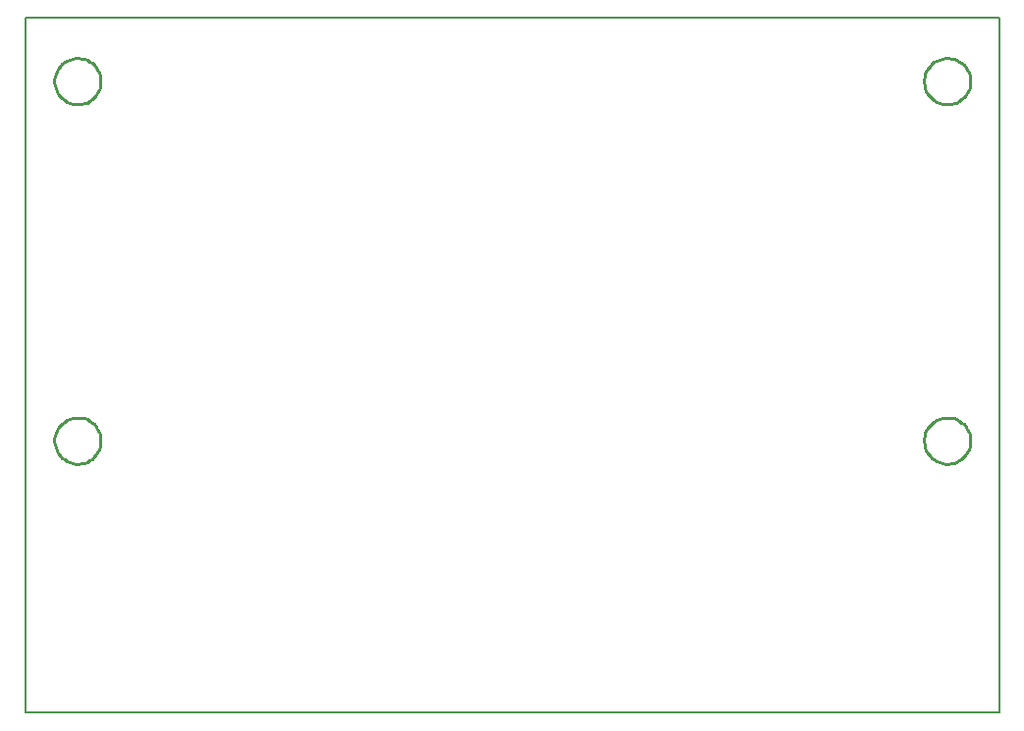
<source format=gm1>
%FSTAX23Y23*%
%MOIN*%
%SFA1B1*%

%IPPOS*%
%ADD11C,0.005000*%
%ADD12C,0.010000*%
%LNpcb_front-1*%
%LPD*%
G54D11*
X00314Y00433D02*
X03622D01*
X00314Y02795D02*
X03622D01*
Y00433D02*
Y02795D01*
X00314Y00433D02*
Y02795D01*
G54D12*
X0057Y01358D02*
X0057Y01368D01*
X00568Y01378*
X00565Y01387*
X0056Y01396*
X00555Y01405*
X00548Y01413*
X00541Y01419*
X00532Y01425*
X00524Y0143*
X00514Y01433*
X00504Y01436*
X00494Y01436*
X00484Y01436*
X00474Y01435*
X00464Y01432*
X00455Y01428*
X00447Y01422*
X00439Y01416*
X00432Y01409*
X00426Y01401*
X00421Y01392*
X00417Y01383*
X00414Y01373*
X00413Y01363*
Y01353*
X00414Y01343*
X00417Y01333*
X00421Y01324*
X00426Y01315*
X00432Y01307*
X00439Y01299*
X00447Y01293*
X00455Y01288*
X00464Y01284*
X00474Y01281*
X00484Y01279*
X00494Y01279*
X00504Y0128*
X00514Y01282*
X00524Y01286*
X00532Y0129*
X00541Y01296*
X00548Y01303*
X00555Y01311*
X0056Y01319*
X00565Y01328*
X00568Y01338*
X0057Y01348*
X0057Y01358*
X03523D02*
X03522Y01368D01*
X03521Y01378*
X03517Y01387*
X03513Y01396*
X03507Y01405*
X03501Y01413*
X03493Y01419*
X03485Y01425*
X03476Y0143*
X03467Y01433*
X03457Y01436*
X03447Y01436*
X03437Y01436*
X03427Y01435*
X03417Y01432*
X03408Y01428*
X03399Y01422*
X03391Y01416*
X03384Y01409*
X03378Y01401*
X03373Y01392*
X0337Y01383*
X03367Y01373*
X03366Y01363*
Y01353*
X03367Y01343*
X0337Y01333*
X03373Y01324*
X03378Y01315*
X03384Y01307*
X03391Y01299*
X03399Y01293*
X03408Y01288*
X03417Y01284*
X03427Y01281*
X03437Y01279*
X03447Y01279*
X03457Y0128*
X03467Y01282*
X03476Y01286*
X03485Y0129*
X03493Y01296*
X03501Y01303*
X03507Y01311*
X03513Y01319*
X03517Y01328*
X03521Y01338*
X03522Y01348*
X03523Y01358*
Y02578D02*
X03522Y02588D01*
X03521Y02598*
X03517Y02608*
X03513Y02617*
X03507Y02625*
X03501Y02633*
X03493Y0264*
X03485Y02646*
X03476Y0265*
X03467Y02654*
X03457Y02656*
X03447Y02657*
X03437Y02657*
X03427Y02655*
X03417Y02652*
X03408Y02648*
X03399Y02643*
X03391Y02637*
X03384Y02629*
X03378Y02621*
X03373Y02612*
X0337Y02603*
X03367Y02593*
X03366Y02583*
Y02573*
X03367Y02563*
X0337Y02553*
X03373Y02544*
X03378Y02535*
X03384Y02527*
X03391Y0252*
X03399Y02514*
X03408Y02508*
X03417Y02504*
X03427Y02501*
X03437Y025*
X03447Y025*
X03457Y02501*
X03467Y02503*
X03476Y02506*
X03485Y02511*
X03493Y02517*
X03501Y02523*
X03507Y02531*
X03513Y0254*
X03517Y02549*
X03521Y02558*
X03522Y02568*
X03523Y02578*
X0057D02*
X0057Y02588D01*
X00568Y02598*
X00565Y02608*
X0056Y02617*
X00555Y02625*
X00548Y02633*
X00541Y0264*
X00532Y02646*
X00524Y0265*
X00514Y02654*
X00504Y02656*
X00494Y02657*
X00484Y02657*
X00474Y02655*
X00464Y02652*
X00455Y02648*
X00447Y02643*
X00439Y02637*
X00432Y02629*
X00426Y02621*
X00421Y02612*
X00417Y02603*
X00414Y02593*
X00413Y02583*
Y02573*
X00414Y02563*
X00417Y02553*
X00421Y02544*
X00426Y02535*
X00432Y02527*
X00439Y0252*
X00447Y02514*
X00455Y02508*
X00464Y02504*
X00474Y02501*
X00484Y025*
X00494Y025*
X00504Y02501*
X00514Y02503*
X00524Y02506*
X00532Y02511*
X00541Y02517*
X00548Y02523*
X00555Y02531*
X0056Y0254*
X00565Y02549*
X00568Y02558*
X0057Y02568*
X0057Y02578*
M02*
</source>
